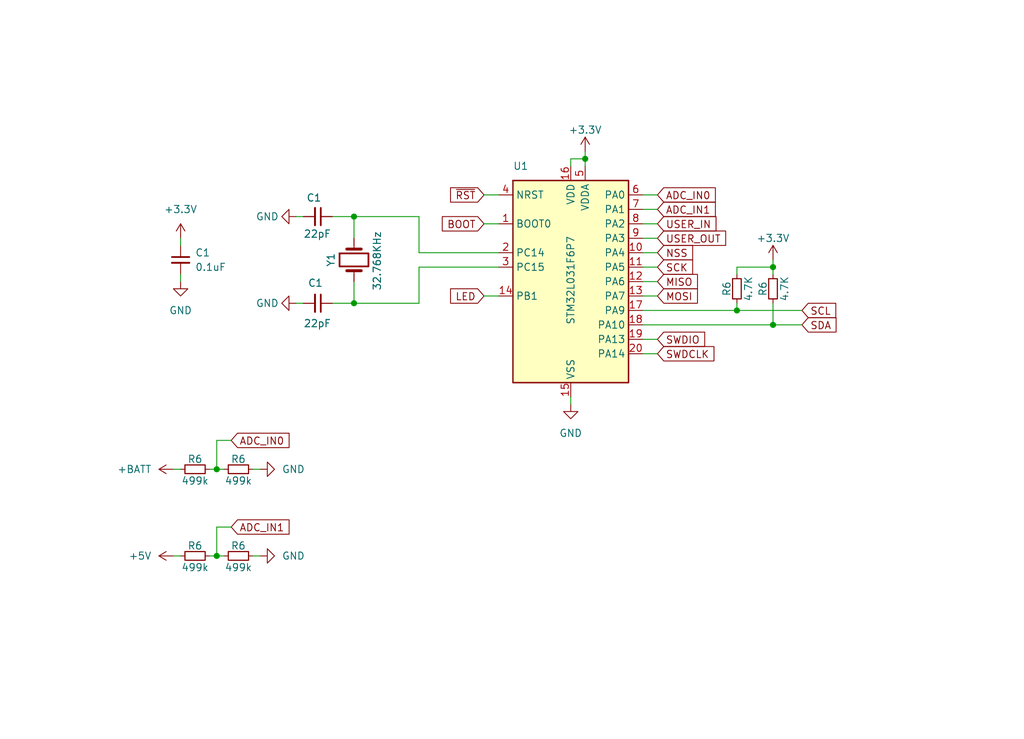
<source format=kicad_sch>
(kicad_sch (version 20230121) (generator eeschema)

  (uuid 7f76abbc-24f7-4753-8e0f-00c4e0202251)

  (paper "User" 180.01 129.997)

  (lib_symbols
    (symbol "Device:C_Small" (pin_numbers hide) (pin_names (offset 0.254) hide) (in_bom yes) (on_board yes)
      (property "Reference" "C" (at 0.254 1.778 0)
        (effects (font (size 1.27 1.27)) (justify left))
      )
      (property "Value" "C_Small" (at 0.254 -2.032 0)
        (effects (font (size 1.27 1.27)) (justify left))
      )
      (property "Footprint" "" (at 0 0 0)
        (effects (font (size 1.27 1.27)) hide)
      )
      (property "Datasheet" "~" (at 0 0 0)
        (effects (font (size 1.27 1.27)) hide)
      )
      (property "ki_keywords" "capacitor cap" (at 0 0 0)
        (effects (font (size 1.27 1.27)) hide)
      )
      (property "ki_description" "Unpolarized capacitor, small symbol" (at 0 0 0)
        (effects (font (size 1.27 1.27)) hide)
      )
      (property "ki_fp_filters" "C_*" (at 0 0 0)
        (effects (font (size 1.27 1.27)) hide)
      )
      (symbol "C_Small_0_1"
        (polyline
          (pts
            (xy -1.524 -0.508)
            (xy 1.524 -0.508)
          )
          (stroke (width 0.3302) (type default))
          (fill (type none))
        )
        (polyline
          (pts
            (xy -1.524 0.508)
            (xy 1.524 0.508)
          )
          (stroke (width 0.3048) (type default))
          (fill (type none))
        )
      )
      (symbol "C_Small_1_1"
        (pin passive line (at 0 2.54 270) (length 2.032)
          (name "~" (effects (font (size 1.27 1.27))))
          (number "1" (effects (font (size 1.27 1.27))))
        )
        (pin passive line (at 0 -2.54 90) (length 2.032)
          (name "~" (effects (font (size 1.27 1.27))))
          (number "2" (effects (font (size 1.27 1.27))))
        )
      )
    )
    (symbol "Device:Crystal" (pin_numbers hide) (pin_names (offset 1.016) hide) (in_bom yes) (on_board yes)
      (property "Reference" "Y" (at 0 3.81 0)
        (effects (font (size 1.27 1.27)))
      )
      (property "Value" "Crystal" (at 0 -3.81 0)
        (effects (font (size 1.27 1.27)))
      )
      (property "Footprint" "" (at 0 0 0)
        (effects (font (size 1.27 1.27)) hide)
      )
      (property "Datasheet" "~" (at 0 0 0)
        (effects (font (size 1.27 1.27)) hide)
      )
      (property "ki_keywords" "quartz ceramic resonator oscillator" (at 0 0 0)
        (effects (font (size 1.27 1.27)) hide)
      )
      (property "ki_description" "Two pin crystal" (at 0 0 0)
        (effects (font (size 1.27 1.27)) hide)
      )
      (property "ki_fp_filters" "Crystal*" (at 0 0 0)
        (effects (font (size 1.27 1.27)) hide)
      )
      (symbol "Crystal_0_1"
        (rectangle (start -1.143 2.54) (end 1.143 -2.54)
          (stroke (width 0.3048) (type default))
          (fill (type none))
        )
        (polyline
          (pts
            (xy -2.54 0)
            (xy -1.905 0)
          )
          (stroke (width 0) (type default))
          (fill (type none))
        )
        (polyline
          (pts
            (xy -1.905 -1.27)
            (xy -1.905 1.27)
          )
          (stroke (width 0.508) (type default))
          (fill (type none))
        )
        (polyline
          (pts
            (xy 1.905 -1.27)
            (xy 1.905 1.27)
          )
          (stroke (width 0.508) (type default))
          (fill (type none))
        )
        (polyline
          (pts
            (xy 2.54 0)
            (xy 1.905 0)
          )
          (stroke (width 0) (type default))
          (fill (type none))
        )
      )
      (symbol "Crystal_1_1"
        (pin passive line (at -3.81 0 0) (length 1.27)
          (name "1" (effects (font (size 1.27 1.27))))
          (number "1" (effects (font (size 1.27 1.27))))
        )
        (pin passive line (at 3.81 0 180) (length 1.27)
          (name "2" (effects (font (size 1.27 1.27))))
          (number "2" (effects (font (size 1.27 1.27))))
        )
      )
    )
    (symbol "Device:R_Small" (pin_numbers hide) (pin_names (offset 0.254) hide) (in_bom yes) (on_board yes)
      (property "Reference" "R" (at 0.762 0.508 0)
        (effects (font (size 1.27 1.27)) (justify left))
      )
      (property "Value" "R_Small" (at 0.762 -1.016 0)
        (effects (font (size 1.27 1.27)) (justify left))
      )
      (property "Footprint" "" (at 0 0 0)
        (effects (font (size 1.27 1.27)) hide)
      )
      (property "Datasheet" "~" (at 0 0 0)
        (effects (font (size 1.27 1.27)) hide)
      )
      (property "ki_keywords" "R resistor" (at 0 0 0)
        (effects (font (size 1.27 1.27)) hide)
      )
      (property "ki_description" "Resistor, small symbol" (at 0 0 0)
        (effects (font (size 1.27 1.27)) hide)
      )
      (property "ki_fp_filters" "R_*" (at 0 0 0)
        (effects (font (size 1.27 1.27)) hide)
      )
      (symbol "R_Small_0_1"
        (rectangle (start -0.762 1.778) (end 0.762 -1.778)
          (stroke (width 0.2032) (type default))
          (fill (type none))
        )
      )
      (symbol "R_Small_1_1"
        (pin passive line (at 0 2.54 270) (length 0.762)
          (name "~" (effects (font (size 1.27 1.27))))
          (number "1" (effects (font (size 1.27 1.27))))
        )
        (pin passive line (at 0 -2.54 90) (length 0.762)
          (name "~" (effects (font (size 1.27 1.27))))
          (number "2" (effects (font (size 1.27 1.27))))
        )
      )
    )
    (symbol "MCU_ST_STM32L0:STM32L031F6Px" (in_bom yes) (on_board yes)
      (property "Reference" "U" (at -10.16 19.05 0)
        (effects (font (size 1.27 1.27)) (justify left))
      )
      (property "Value" "STM32L031F6Px" (at 5.08 19.05 0)
        (effects (font (size 1.27 1.27)) (justify left))
      )
      (property "Footprint" "Package_SO:TSSOP-20_4.4x6.5mm_P0.65mm" (at -10.16 -17.78 0)
        (effects (font (size 1.27 1.27)) (justify right) hide)
      )
      (property "Datasheet" "https://www.st.com/resource/en/datasheet/stm32l031f6.pdf" (at 0 0 0)
        (effects (font (size 1.27 1.27)) hide)
      )
      (property "ki_locked" "" (at 0 0 0)
        (effects (font (size 1.27 1.27)))
      )
      (property "ki_keywords" "Arm Cortex-M0+ STM32L0 STM32L0x1" (at 0 0 0)
        (effects (font (size 1.27 1.27)) hide)
      )
      (property "ki_description" "STMicroelectronics Arm Cortex-M0+ MCU, 32KB flash, 8KB RAM, 32 MHz, 1.65-3.6V, 15 GPIO, TSSOP20" (at 0 0 0)
        (effects (font (size 1.27 1.27)) hide)
      )
      (property "ki_fp_filters" "TSSOP*4.4x6.5mm*P0.65mm*" (at 0 0 0)
        (effects (font (size 1.27 1.27)) hide)
      )
      (symbol "STM32L031F6Px_0_1"
        (rectangle (start -10.16 -17.78) (end 10.16 17.78)
          (stroke (width 0.254) (type default))
          (fill (type background))
        )
      )
      (symbol "STM32L031F6Px_1_1"
        (pin input line (at -12.7 10.16 0) (length 2.54)
          (name "BOOT0" (effects (font (size 1.27 1.27))))
          (number "1" (effects (font (size 1.27 1.27))))
        )
        (pin bidirectional line (at 12.7 5.08 180) (length 2.54)
          (name "PA4" (effects (font (size 1.27 1.27))))
          (number "10" (effects (font (size 1.27 1.27))))
          (alternate "ADC_IN4" bidirectional line)
          (alternate "COMP1_INM" bidirectional line)
          (alternate "COMP2_INM" bidirectional line)
          (alternate "LPTIM1_IN1" bidirectional line)
          (alternate "SPI1_NSS" bidirectional line)
          (alternate "TIM22_ETR" bidirectional line)
          (alternate "USART2_CK" bidirectional line)
        )
        (pin bidirectional line (at 12.7 2.54 180) (length 2.54)
          (name "PA5" (effects (font (size 1.27 1.27))))
          (number "11" (effects (font (size 1.27 1.27))))
          (alternate "ADC_IN5" bidirectional line)
          (alternate "COMP1_INM" bidirectional line)
          (alternate "COMP2_INM" bidirectional line)
          (alternate "LPTIM1_IN2" bidirectional line)
          (alternate "SPI1_SCK" bidirectional line)
          (alternate "TIM2_CH1" bidirectional line)
          (alternate "TIM2_ETR" bidirectional line)
        )
        (pin bidirectional line (at 12.7 0 180) (length 2.54)
          (name "PA6" (effects (font (size 1.27 1.27))))
          (number "12" (effects (font (size 1.27 1.27))))
          (alternate "ADC_IN6" bidirectional line)
          (alternate "COMP1_OUT" bidirectional line)
          (alternate "LPTIM1_ETR" bidirectional line)
          (alternate "LPUART1_CTS" bidirectional line)
          (alternate "SPI1_MISO" bidirectional line)
          (alternate "TIM22_CH1" bidirectional line)
        )
        (pin bidirectional line (at 12.7 -2.54 180) (length 2.54)
          (name "PA7" (effects (font (size 1.27 1.27))))
          (number "13" (effects (font (size 1.27 1.27))))
          (alternate "ADC_IN7" bidirectional line)
          (alternate "COMP2_OUT" bidirectional line)
          (alternate "LPTIM1_OUT" bidirectional line)
          (alternate "SPI1_MOSI" bidirectional line)
          (alternate "TIM22_CH2" bidirectional line)
          (alternate "USART2_CTS" bidirectional line)
        )
        (pin bidirectional line (at -12.7 -2.54 0) (length 2.54)
          (name "PB1" (effects (font (size 1.27 1.27))))
          (number "14" (effects (font (size 1.27 1.27))))
          (alternate "ADC_IN9" bidirectional line)
          (alternate "LPUART1_DE" bidirectional line)
          (alternate "LPUART1_RTS" bidirectional line)
          (alternate "SPI1_MOSI" bidirectional line)
          (alternate "SYS_VREF_OUT_PB1" bidirectional line)
          (alternate "TIM2_CH4" bidirectional line)
          (alternate "USART2_CK" bidirectional line)
        )
        (pin power_in line (at 0 -20.32 90) (length 2.54)
          (name "VSS" (effects (font (size 1.27 1.27))))
          (number "15" (effects (font (size 1.27 1.27))))
        )
        (pin power_in line (at 0 20.32 270) (length 2.54)
          (name "VDD" (effects (font (size 1.27 1.27))))
          (number "16" (effects (font (size 1.27 1.27))))
        )
        (pin bidirectional line (at 12.7 -5.08 180) (length 2.54)
          (name "PA9" (effects (font (size 1.27 1.27))))
          (number "17" (effects (font (size 1.27 1.27))))
          (alternate "I2C1_SCL" bidirectional line)
          (alternate "RCC_MCO" bidirectional line)
          (alternate "TIM22_CH1" bidirectional line)
          (alternate "USART2_TX" bidirectional line)
        )
        (pin bidirectional line (at 12.7 -7.62 180) (length 2.54)
          (name "PA10" (effects (font (size 1.27 1.27))))
          (number "18" (effects (font (size 1.27 1.27))))
          (alternate "I2C1_SDA" bidirectional line)
          (alternate "TIM22_CH2" bidirectional line)
          (alternate "USART2_RX" bidirectional line)
        )
        (pin bidirectional line (at 12.7 -10.16 180) (length 2.54)
          (name "PA13" (effects (font (size 1.27 1.27))))
          (number "19" (effects (font (size 1.27 1.27))))
          (alternate "LPTIM1_ETR" bidirectional line)
          (alternate "LPUART1_RX" bidirectional line)
          (alternate "SYS_SWDIO" bidirectional line)
        )
        (pin bidirectional line (at -12.7 5.08 0) (length 2.54)
          (name "PC14" (effects (font (size 1.27 1.27))))
          (number "2" (effects (font (size 1.27 1.27))))
          (alternate "RCC_OSC32_IN" bidirectional line)
        )
        (pin bidirectional line (at 12.7 -12.7 180) (length 2.54)
          (name "PA14" (effects (font (size 1.27 1.27))))
          (number "20" (effects (font (size 1.27 1.27))))
          (alternate "I2C1_SMBA" bidirectional line)
          (alternate "LPTIM1_OUT" bidirectional line)
          (alternate "LPUART1_TX" bidirectional line)
          (alternate "SYS_SWCLK" bidirectional line)
          (alternate "USART2_TX" bidirectional line)
        )
        (pin bidirectional line (at -12.7 2.54 0) (length 2.54)
          (name "PC15" (effects (font (size 1.27 1.27))))
          (number "3" (effects (font (size 1.27 1.27))))
          (alternate "RCC_OSC32_OUT" bidirectional line)
        )
        (pin input line (at -12.7 15.24 0) (length 2.54)
          (name "NRST" (effects (font (size 1.27 1.27))))
          (number "4" (effects (font (size 1.27 1.27))))
        )
        (pin power_in line (at 2.54 20.32 270) (length 2.54)
          (name "VDDA" (effects (font (size 1.27 1.27))))
          (number "5" (effects (font (size 1.27 1.27))))
        )
        (pin bidirectional line (at 12.7 15.24 180) (length 2.54)
          (name "PA0" (effects (font (size 1.27 1.27))))
          (number "6" (effects (font (size 1.27 1.27))))
          (alternate "ADC_IN0" bidirectional line)
          (alternate "COMP1_INM" bidirectional line)
          (alternate "COMP1_OUT" bidirectional line)
          (alternate "LPTIM1_IN1" bidirectional line)
          (alternate "RCC_CK_IN" bidirectional line)
          (alternate "RTC_TAMP2" bidirectional line)
          (alternate "SYS_WKUP1" bidirectional line)
          (alternate "TIM2_CH1" bidirectional line)
          (alternate "TIM2_ETR" bidirectional line)
          (alternate "USART2_CTS" bidirectional line)
        )
        (pin bidirectional line (at 12.7 12.7 180) (length 2.54)
          (name "PA1" (effects (font (size 1.27 1.27))))
          (number "7" (effects (font (size 1.27 1.27))))
          (alternate "ADC_IN1" bidirectional line)
          (alternate "COMP1_INP" bidirectional line)
          (alternate "I2C1_SMBA" bidirectional line)
          (alternate "LPTIM1_IN2" bidirectional line)
          (alternate "TIM21_ETR" bidirectional line)
          (alternate "TIM2_CH2" bidirectional line)
          (alternate "USART2_DE" bidirectional line)
          (alternate "USART2_RTS" bidirectional line)
        )
        (pin bidirectional line (at 12.7 10.16 180) (length 2.54)
          (name "PA2" (effects (font (size 1.27 1.27))))
          (number "8" (effects (font (size 1.27 1.27))))
          (alternate "ADC_IN2" bidirectional line)
          (alternate "COMP2_INM" bidirectional line)
          (alternate "COMP2_OUT" bidirectional line)
          (alternate "LPUART1_TX" bidirectional line)
          (alternate "RTC_OUT_ALARM" bidirectional line)
          (alternate "RTC_OUT_CALIB" bidirectional line)
          (alternate "RTC_TAMP3" bidirectional line)
          (alternate "RTC_TS" bidirectional line)
          (alternate "SYS_WKUP3" bidirectional line)
          (alternate "TIM21_CH1" bidirectional line)
          (alternate "TIM2_CH3" bidirectional line)
          (alternate "USART2_TX" bidirectional line)
        )
        (pin bidirectional line (at 12.7 7.62 180) (length 2.54)
          (name "PA3" (effects (font (size 1.27 1.27))))
          (number "9" (effects (font (size 1.27 1.27))))
          (alternate "ADC_IN3" bidirectional line)
          (alternate "COMP2_INP" bidirectional line)
          (alternate "LPUART1_RX" bidirectional line)
          (alternate "TIM21_CH2" bidirectional line)
          (alternate "TIM2_CH4" bidirectional line)
          (alternate "USART2_RX" bidirectional line)
        )
      )
    )
    (symbol "power:+3.3V" (power) (pin_names (offset 0)) (in_bom yes) (on_board yes)
      (property "Reference" "#PWR" (at 0 -3.81 0)
        (effects (font (size 1.27 1.27)) hide)
      )
      (property "Value" "+3.3V" (at 0 3.556 0)
        (effects (font (size 1.27 1.27)))
      )
      (property "Footprint" "" (at 0 0 0)
        (effects (font (size 1.27 1.27)) hide)
      )
      (property "Datasheet" "" (at 0 0 0)
        (effects (font (size 1.27 1.27)) hide)
      )
      (property "ki_keywords" "global power" (at 0 0 0)
        (effects (font (size 1.27 1.27)) hide)
      )
      (property "ki_description" "Power symbol creates a global label with name \"+3.3V\"" (at 0 0 0)
        (effects (font (size 1.27 1.27)) hide)
      )
      (symbol "+3.3V_0_1"
        (polyline
          (pts
            (xy -0.762 1.27)
            (xy 0 2.54)
          )
          (stroke (width 0) (type default))
          (fill (type none))
        )
        (polyline
          (pts
            (xy 0 0)
            (xy 0 2.54)
          )
          (stroke (width 0) (type default))
          (fill (type none))
        )
        (polyline
          (pts
            (xy 0 2.54)
            (xy 0.762 1.27)
          )
          (stroke (width 0) (type default))
          (fill (type none))
        )
      )
      (symbol "+3.3V_1_1"
        (pin power_in line (at 0 0 90) (length 0) hide
          (name "+3.3V" (effects (font (size 1.27 1.27))))
          (number "1" (effects (font (size 1.27 1.27))))
        )
      )
    )
    (symbol "power:+5V" (power) (pin_names (offset 0)) (in_bom yes) (on_board yes)
      (property "Reference" "#PWR" (at 0 -3.81 0)
        (effects (font (size 1.27 1.27)) hide)
      )
      (property "Value" "+5V" (at 0 3.556 0)
        (effects (font (size 1.27 1.27)))
      )
      (property "Footprint" "" (at 0 0 0)
        (effects (font (size 1.27 1.27)) hide)
      )
      (property "Datasheet" "" (at 0 0 0)
        (effects (font (size 1.27 1.27)) hide)
      )
      (property "ki_keywords" "power-flag" (at 0 0 0)
        (effects (font (size 1.27 1.27)) hide)
      )
      (property "ki_description" "Power symbol creates a global label with name \"+5V\"" (at 0 0 0)
        (effects (font (size 1.27 1.27)) hide)
      )
      (symbol "+5V_0_1"
        (polyline
          (pts
            (xy -0.762 1.27)
            (xy 0 2.54)
          )
          (stroke (width 0) (type default))
          (fill (type none))
        )
        (polyline
          (pts
            (xy 0 0)
            (xy 0 2.54)
          )
          (stroke (width 0) (type default))
          (fill (type none))
        )
        (polyline
          (pts
            (xy 0 2.54)
            (xy 0.762 1.27)
          )
          (stroke (width 0) (type default))
          (fill (type none))
        )
      )
      (symbol "+5V_1_1"
        (pin power_in line (at 0 0 90) (length 0) hide
          (name "+5V" (effects (font (size 1.27 1.27))))
          (number "1" (effects (font (size 1.27 1.27))))
        )
      )
    )
    (symbol "power:+BATT" (power) (pin_names (offset 0)) (in_bom yes) (on_board yes)
      (property "Reference" "#PWR" (at 0 -3.81 0)
        (effects (font (size 1.27 1.27)) hide)
      )
      (property "Value" "+BATT" (at 0 3.556 0)
        (effects (font (size 1.27 1.27)))
      )
      (property "Footprint" "" (at 0 0 0)
        (effects (font (size 1.27 1.27)) hide)
      )
      (property "Datasheet" "" (at 0 0 0)
        (effects (font (size 1.27 1.27)) hide)
      )
      (property "ki_keywords" "global power battery" (at 0 0 0)
        (effects (font (size 1.27 1.27)) hide)
      )
      (property "ki_description" "Power symbol creates a global label with name \"+BATT\"" (at 0 0 0)
        (effects (font (size 1.27 1.27)) hide)
      )
      (symbol "+BATT_0_1"
        (polyline
          (pts
            (xy -0.762 1.27)
            (xy 0 2.54)
          )
          (stroke (width 0) (type default))
          (fill (type none))
        )
        (polyline
          (pts
            (xy 0 0)
            (xy 0 2.54)
          )
          (stroke (width 0) (type default))
          (fill (type none))
        )
        (polyline
          (pts
            (xy 0 2.54)
            (xy 0.762 1.27)
          )
          (stroke (width 0) (type default))
          (fill (type none))
        )
      )
      (symbol "+BATT_1_1"
        (pin power_in line (at 0 0 90) (length 0) hide
          (name "+BATT" (effects (font (size 1.27 1.27))))
          (number "1" (effects (font (size 1.27 1.27))))
        )
      )
    )
    (symbol "power:GND" (power) (pin_names (offset 0)) (in_bom yes) (on_board yes)
      (property "Reference" "#PWR" (at 0 -6.35 0)
        (effects (font (size 1.27 1.27)) hide)
      )
      (property "Value" "GND" (at 0 -3.81 0)
        (effects (font (size 1.27 1.27)))
      )
      (property "Footprint" "" (at 0 0 0)
        (effects (font (size 1.27 1.27)) hide)
      )
      (property "Datasheet" "" (at 0 0 0)
        (effects (font (size 1.27 1.27)) hide)
      )
      (property "ki_keywords" "global power" (at 0 0 0)
        (effects (font (size 1.27 1.27)) hide)
      )
      (property "ki_description" "Power symbol creates a global label with name \"GND\" , ground" (at 0 0 0)
        (effects (font (size 1.27 1.27)) hide)
      )
      (symbol "GND_0_1"
        (polyline
          (pts
            (xy 0 0)
            (xy 0 -1.27)
            (xy 1.27 -1.27)
            (xy 0 -2.54)
            (xy -1.27 -1.27)
            (xy 0 -1.27)
          )
          (stroke (width 0) (type default))
          (fill (type none))
        )
      )
      (symbol "GND_1_1"
        (pin power_in line (at 0 0 270) (length 0) hide
          (name "GND" (effects (font (size 1.27 1.27))))
          (number "1" (effects (font (size 1.27 1.27))))
        )
      )
    )
  )

  (junction (at 135.89 46.99) (diameter 0) (color 0 0 0 0)
    (uuid 0874b109-7ff3-4094-bcda-2f4e0751ea84)
  )
  (junction (at 38.1 82.55) (diameter 0) (color 0 0 0 0)
    (uuid 54a2f02c-28cc-407a-8d3e-6967b789cb6a)
  )
  (junction (at 62.23 38.1) (diameter 0) (color 0 0 0 0)
    (uuid 5f8fb6e5-fc9b-488f-8794-c7b82b5ee8e5)
  )
  (junction (at 102.87 27.94) (diameter 0) (color 0 0 0 0)
    (uuid 782f9970-6429-4672-9885-1283b4173586)
  )
  (junction (at 62.23 53.34) (diameter 0) (color 0 0 0 0)
    (uuid c0f06f2d-4e17-4f23-8317-af1f48e8e57b)
  )
  (junction (at 135.89 57.15) (diameter 0) (color 0 0 0 0)
    (uuid cc133256-744f-4f8a-b668-8ab8408c9f73)
  )
  (junction (at 129.54 54.61) (diameter 0) (color 0 0 0 0)
    (uuid d595636b-dab5-4520-9e6f-3769052f2c96)
  )
  (junction (at 38.1 97.79) (diameter 0) (color 0 0 0 0)
    (uuid e4f16f2e-3bf7-4fa1-8bbe-38b7670d7cec)
  )

  (wire (pts (xy 102.87 27.94) (xy 102.87 29.21))
    (stroke (width 0) (type default))
    (uuid 009d5d5b-1c2a-46a8-93a1-fda395f04eec)
  )
  (wire (pts (xy 73.66 44.45) (xy 87.63 44.45))
    (stroke (width 0) (type default))
    (uuid 012c255e-f150-4bbe-a753-b95d5c401efe)
  )
  (wire (pts (xy 100.33 29.21) (xy 100.33 27.94))
    (stroke (width 0) (type default))
    (uuid 0b08dba9-3873-4050-967b-2262b64f8fbe)
  )
  (wire (pts (xy 73.66 53.34) (xy 62.23 53.34))
    (stroke (width 0) (type default))
    (uuid 0cde166a-7d32-4929-9503-de987efa4019)
  )
  (wire (pts (xy 85.09 34.29) (xy 87.63 34.29))
    (stroke (width 0) (type default))
    (uuid 0eb4bf23-aaa2-40f8-b9d8-96f366793a86)
  )
  (wire (pts (xy 135.89 45.72) (xy 135.89 46.99))
    (stroke (width 0) (type default))
    (uuid 0fce61b9-fa6c-4ac0-b04d-328c1917686f)
  )
  (wire (pts (xy 113.03 49.53) (xy 115.57 49.53))
    (stroke (width 0) (type default))
    (uuid 13a55cdf-7c10-42e6-b37c-20272e2dda13)
  )
  (wire (pts (xy 38.1 97.79) (xy 39.37 97.79))
    (stroke (width 0) (type default))
    (uuid 17da6cf0-155d-44e4-bbc8-5f2159cc9681)
  )
  (wire (pts (xy 62.23 38.1) (xy 62.23 41.91))
    (stroke (width 0) (type default))
    (uuid 188ce7d7-da12-4d4a-ab5f-000447de6fad)
  )
  (wire (pts (xy 62.23 49.53) (xy 62.23 53.34))
    (stroke (width 0) (type default))
    (uuid 1d963ab1-01aa-48cc-864c-8ec74d2104f6)
  )
  (wire (pts (xy 31.75 41.91) (xy 31.75 43.18))
    (stroke (width 0) (type default))
    (uuid 27146480-d87b-43a7-8337-e8a70c839733)
  )
  (wire (pts (xy 40.64 92.71) (xy 38.1 92.71))
    (stroke (width 0) (type default))
    (uuid 2b1d0f58-337e-4516-9959-13fab12a6462)
  )
  (wire (pts (xy 36.83 82.55) (xy 38.1 82.55))
    (stroke (width 0) (type default))
    (uuid 2c6569c8-c18a-4ec1-af62-e00bc226f179)
  )
  (wire (pts (xy 38.1 77.47) (xy 38.1 82.55))
    (stroke (width 0) (type default))
    (uuid 2f175b17-4027-4b83-8cd5-49d938a48919)
  )
  (wire (pts (xy 113.03 46.99) (xy 115.57 46.99))
    (stroke (width 0) (type default))
    (uuid 3842e15c-4962-4089-9bff-423ba23382f8)
  )
  (wire (pts (xy 38.1 92.71) (xy 38.1 97.79))
    (stroke (width 0) (type default))
    (uuid 3d7684cb-6643-4947-9f56-4b34f81900f9)
  )
  (wire (pts (xy 100.33 27.94) (xy 102.87 27.94))
    (stroke (width 0) (type default))
    (uuid 49381d46-70de-44c7-87af-6fb87684633d)
  )
  (wire (pts (xy 44.45 97.79) (xy 45.72 97.79))
    (stroke (width 0) (type default))
    (uuid 4f36a395-89c4-481f-b1e2-8e58304fe0fa)
  )
  (wire (pts (xy 36.83 97.79) (xy 38.1 97.79))
    (stroke (width 0) (type default))
    (uuid 4f69b648-3469-43f9-bb99-7c3cacd601dd)
  )
  (wire (pts (xy 62.23 53.34) (xy 58.42 53.34))
    (stroke (width 0) (type default))
    (uuid 655d0e88-7bce-4d73-875e-4b0e43cec454)
  )
  (wire (pts (xy 85.09 52.07) (xy 87.63 52.07))
    (stroke (width 0) (type default))
    (uuid 66d729d5-3cbb-422e-950a-fc1aae9e0fe9)
  )
  (wire (pts (xy 53.34 38.1) (xy 52.07 38.1))
    (stroke (width 0) (type default))
    (uuid 6eab48f7-ca89-48c2-a29c-f875664ee2ea)
  )
  (wire (pts (xy 113.03 52.07) (xy 115.57 52.07))
    (stroke (width 0) (type default))
    (uuid 71809720-672f-4e96-83c7-29904515a7ff)
  )
  (wire (pts (xy 129.54 46.99) (xy 135.89 46.99))
    (stroke (width 0) (type default))
    (uuid 71f5ba80-6247-4ed7-84e0-6efeeab7927b)
  )
  (wire (pts (xy 135.89 53.34) (xy 135.89 57.15))
    (stroke (width 0) (type default))
    (uuid 7a2cceeb-898e-469a-b438-84988cab2e7e)
  )
  (wire (pts (xy 53.34 53.34) (xy 52.07 53.34))
    (stroke (width 0) (type default))
    (uuid 7e23e6b4-f799-43c6-a6d1-61b1941df542)
  )
  (wire (pts (xy 129.54 54.61) (xy 140.97 54.61))
    (stroke (width 0) (type default))
    (uuid 844da2a1-3ff6-4c3e-b890-7e5667bb3b74)
  )
  (wire (pts (xy 30.48 97.79) (xy 31.75 97.79))
    (stroke (width 0) (type default))
    (uuid 9365838c-92e9-4064-9e64-b34582980e82)
  )
  (wire (pts (xy 113.03 36.83) (xy 115.57 36.83))
    (stroke (width 0) (type default))
    (uuid 96c1295f-be00-408c-b0ce-45296f91358a)
  )
  (wire (pts (xy 58.42 38.1) (xy 62.23 38.1))
    (stroke (width 0) (type default))
    (uuid 9b0035c6-7600-4d80-8c66-308c62b69794)
  )
  (wire (pts (xy 40.64 77.47) (xy 38.1 77.47))
    (stroke (width 0) (type default))
    (uuid a840ce04-c56d-4f93-8ed2-a81e8c8b65c5)
  )
  (wire (pts (xy 73.66 46.99) (xy 87.63 46.99))
    (stroke (width 0) (type default))
    (uuid b1076235-c853-430a-95e1-5d457f985421)
  )
  (wire (pts (xy 113.03 34.29) (xy 115.57 34.29))
    (stroke (width 0) (type default))
    (uuid b325a0ee-fabc-4f11-aaab-043df3ca3e80)
  )
  (wire (pts (xy 129.54 53.34) (xy 129.54 54.61))
    (stroke (width 0) (type default))
    (uuid b8ac1124-0e41-442c-ae3b-d5b2fe3acab3)
  )
  (wire (pts (xy 113.03 39.37) (xy 115.57 39.37))
    (stroke (width 0) (type default))
    (uuid b99faab6-3a6b-4af8-ae6a-7b624b956ac4)
  )
  (wire (pts (xy 30.48 82.55) (xy 31.75 82.55))
    (stroke (width 0) (type default))
    (uuid bce6e581-b5f3-4a36-b7bf-30eb971a69c3)
  )
  (wire (pts (xy 113.03 57.15) (xy 135.89 57.15))
    (stroke (width 0) (type default))
    (uuid c54e3036-53ab-45c1-9064-859b19b4d05f)
  )
  (wire (pts (xy 73.66 38.1) (xy 62.23 38.1))
    (stroke (width 0) (type default))
    (uuid c7400e9e-8e04-43f8-8c59-67b55ee54863)
  )
  (wire (pts (xy 129.54 48.26) (xy 129.54 46.99))
    (stroke (width 0) (type default))
    (uuid c8ddeb8a-2807-44fa-a13e-6c03325ba1ee)
  )
  (wire (pts (xy 113.03 54.61) (xy 129.54 54.61))
    (stroke (width 0) (type default))
    (uuid c99ad54b-eb3a-4c64-aa90-be1dedcf6dfd)
  )
  (wire (pts (xy 113.03 44.45) (xy 115.57 44.45))
    (stroke (width 0) (type default))
    (uuid cd4f1894-e99f-45c5-9dd5-bccbfd655e58)
  )
  (wire (pts (xy 31.75 48.26) (xy 31.75 49.53))
    (stroke (width 0) (type default))
    (uuid d0f5f09c-21ec-4e30-b0d8-16dce9dcec9a)
  )
  (wire (pts (xy 44.45 82.55) (xy 45.72 82.55))
    (stroke (width 0) (type default))
    (uuid d36b680c-81d2-4073-ac63-f77a6c8911ef)
  )
  (wire (pts (xy 38.1 82.55) (xy 39.37 82.55))
    (stroke (width 0) (type default))
    (uuid d5085c85-aa5f-4aaa-a619-c2c840f2bd03)
  )
  (wire (pts (xy 100.33 69.85) (xy 100.33 71.12))
    (stroke (width 0) (type default))
    (uuid dc552444-fd41-41dc-86b4-d4866b0f3cb8)
  )
  (wire (pts (xy 135.89 46.99) (xy 135.89 48.26))
    (stroke (width 0) (type default))
    (uuid ddffba81-c41c-42a8-93dd-e6cea44d4f54)
  )
  (wire (pts (xy 102.87 26.67) (xy 102.87 27.94))
    (stroke (width 0) (type default))
    (uuid e0b9ff33-590b-4243-a190-20913c7c7d94)
  )
  (wire (pts (xy 113.03 59.69) (xy 115.57 59.69))
    (stroke (width 0) (type default))
    (uuid e3a985ad-ed7e-4eb5-9298-3b0b612781e6)
  )
  (wire (pts (xy 73.66 46.99) (xy 73.66 53.34))
    (stroke (width 0) (type default))
    (uuid e550f2af-671c-4b7c-8fd4-88093b367845)
  )
  (wire (pts (xy 113.03 41.91) (xy 115.57 41.91))
    (stroke (width 0) (type default))
    (uuid e7a2dec5-9bf8-48a7-a7bd-71c86be6e488)
  )
  (wire (pts (xy 135.89 57.15) (xy 140.97 57.15))
    (stroke (width 0) (type default))
    (uuid ebd28434-202d-47d9-876a-d10dcf7817ba)
  )
  (wire (pts (xy 73.66 44.45) (xy 73.66 38.1))
    (stroke (width 0) (type default))
    (uuid ee1bc003-e623-4914-b63d-c1df9e668d3a)
  )
  (wire (pts (xy 85.09 39.37) (xy 87.63 39.37))
    (stroke (width 0) (type default))
    (uuid f355bfba-8822-478e-95ce-57254cb9d963)
  )
  (wire (pts (xy 113.03 62.23) (xy 115.57 62.23))
    (stroke (width 0) (type default))
    (uuid f6733dc7-f5a2-4aeb-aa09-86c27a83adaa)
  )

  (global_label "MISO" (shape input) (at 115.57 49.53 0) (fields_autoplaced)
    (effects (font (size 1.27 1.27)) (justify left))
    (uuid 0f991138-10f3-4459-8f8d-4b90609ced5c)
    (property "Intersheetrefs" "${INTERSHEET_REFS}" (at 123.072 49.53 0)
      (effects (font (size 1.27 1.27)) (justify left) hide)
    )
  )
  (global_label "SCL" (shape input) (at 140.97 54.61 0) (fields_autoplaced)
    (effects (font (size 1.27 1.27)) (justify left))
    (uuid 300cd9c1-4dc0-411c-a7e3-121c588903dd)
    (property "Intersheetrefs" "${INTERSHEET_REFS}" (at 147.3834 54.61 0)
      (effects (font (size 1.27 1.27)) (justify left) hide)
    )
  )
  (global_label "ADC_IN1" (shape input) (at 40.64 92.71 0) (fields_autoplaced)
    (effects (font (size 1.27 1.27)) (justify left))
    (uuid 321c622f-4502-4987-862a-add0903a04e1)
    (property "Intersheetrefs" "${INTERSHEET_REFS}" (at 51.2868 92.71 0)
      (effects (font (size 1.27 1.27)) (justify left) hide)
    )
  )
  (global_label "LED" (shape input) (at 85.09 52.07 180) (fields_autoplaced)
    (effects (font (size 1.27 1.27)) (justify right))
    (uuid 463a3014-2f68-4744-9e6d-9bdbb686d7ae)
    (property "Intersheetrefs" "${INTERSHEET_REFS}" (at 78.7371 52.07 0)
      (effects (font (size 1.27 1.27)) (justify right) hide)
    )
  )
  (global_label "SDA" (shape input) (at 140.97 57.15 0) (fields_autoplaced)
    (effects (font (size 1.27 1.27)) (justify left))
    (uuid 5076b2fc-2986-4860-9188-87951c03d17c)
    (property "Intersheetrefs" "${INTERSHEET_REFS}" (at 147.4439 57.15 0)
      (effects (font (size 1.27 1.27)) (justify left) hide)
    )
  )
  (global_label "~{RST}" (shape input) (at 85.09 34.29 180) (fields_autoplaced)
    (effects (font (size 1.27 1.27)) (justify right))
    (uuid 54c4aaeb-3346-4c59-a367-e51b2b3f6df7)
    (property "Intersheetrefs" "${INTERSHEET_REFS}" (at 78.7371 34.29 0)
      (effects (font (size 1.27 1.27)) (justify right) hide)
    )
  )
  (global_label "MOSI" (shape input) (at 115.57 52.07 0) (fields_autoplaced)
    (effects (font (size 1.27 1.27)) (justify left))
    (uuid 54e48124-8226-4695-86d9-d6d2565a51e5)
    (property "Intersheetrefs" "${INTERSHEET_REFS}" (at 123.072 52.07 0)
      (effects (font (size 1.27 1.27)) (justify left) hide)
    )
  )
  (global_label "SCK" (shape input) (at 115.57 46.99 0) (fields_autoplaced)
    (effects (font (size 1.27 1.27)) (justify left))
    (uuid 5c3bf534-a98c-49a0-a77a-8bedf87bc6dd)
    (property "Intersheetrefs" "${INTERSHEET_REFS}" (at 122.2253 46.99 0)
      (effects (font (size 1.27 1.27)) (justify left) hide)
    )
  )
  (global_label "BOOT" (shape input) (at 85.09 39.37 180) (fields_autoplaced)
    (effects (font (size 1.27 1.27)) (justify right))
    (uuid 6aace222-92d6-45e8-8c4c-7018e8a0d652)
    (property "Intersheetrefs" "${INTERSHEET_REFS}" (at 77.2856 39.37 0)
      (effects (font (size 1.27 1.27)) (justify right) hide)
    )
  )
  (global_label "NSS" (shape input) (at 115.57 44.45 0) (fields_autoplaced)
    (effects (font (size 1.27 1.27)) (justify left))
    (uuid 790230bc-cc51-4078-bb6b-fc415a8f9b5c)
    (property "Intersheetrefs" "${INTERSHEET_REFS}" (at 122.2253 44.45 0)
      (effects (font (size 1.27 1.27)) (justify left) hide)
    )
  )
  (global_label "USER_OUT" (shape input) (at 115.57 41.91 0) (fields_autoplaced)
    (effects (font (size 1.27 1.27)) (justify left))
    (uuid 8e1aa095-292d-4d6f-88ed-71caae6c0706)
    (property "Intersheetrefs" "${INTERSHEET_REFS}" (at 128.031 41.91 0)
      (effects (font (size 1.27 1.27)) (justify left) hide)
    )
  )
  (global_label "ADC_IN0" (shape input) (at 40.64 77.47 0) (fields_autoplaced)
    (effects (font (size 1.27 1.27)) (justify left))
    (uuid 94804013-2521-40e5-8c52-6109b59b760e)
    (property "Intersheetrefs" "${INTERSHEET_REFS}" (at 51.2868 77.47 0)
      (effects (font (size 1.27 1.27)) (justify left) hide)
    )
  )
  (global_label "SWDIO" (shape input) (at 115.57 59.69 0) (fields_autoplaced)
    (effects (font (size 1.27 1.27)) (justify left))
    (uuid a49e95cf-907b-4df4-af41-48704b108e5b)
    (property "Intersheetrefs" "${INTERSHEET_REFS}" (at 124.342 59.69 0)
      (effects (font (size 1.27 1.27)) (justify left) hide)
    )
  )
  (global_label "ADC_IN0" (shape input) (at 115.57 34.29 0) (fields_autoplaced)
    (effects (font (size 1.27 1.27)) (justify left))
    (uuid ab4f1486-dc69-40e6-9e07-c1286bdac890)
    (property "Intersheetrefs" "${INTERSHEET_REFS}" (at 126.2168 34.29 0)
      (effects (font (size 1.27 1.27)) (justify left) hide)
    )
  )
  (global_label "ADC_IN1" (shape input) (at 115.57 36.83 0) (fields_autoplaced)
    (effects (font (size 1.27 1.27)) (justify left))
    (uuid dd0bd1fc-fcd5-4513-9da4-daa50589ef9c)
    (property "Intersheetrefs" "${INTERSHEET_REFS}" (at 126.2168 36.83 0)
      (effects (font (size 1.27 1.27)) (justify left) hide)
    )
  )
  (global_label "USER_IN" (shape input) (at 115.57 39.37 0) (fields_autoplaced)
    (effects (font (size 1.27 1.27)) (justify left))
    (uuid ed4ac34a-8890-4316-a956-08a2f49c214c)
    (property "Intersheetrefs" "${INTERSHEET_REFS}" (at 126.3377 39.37 0)
      (effects (font (size 1.27 1.27)) (justify left) hide)
    )
  )
  (global_label "SWDCLK" (shape input) (at 115.57 62.23 0) (fields_autoplaced)
    (effects (font (size 1.27 1.27)) (justify left))
    (uuid fa354da8-cce5-488e-9b12-afd20447c6c8)
    (property "Intersheetrefs" "${INTERSHEET_REFS}" (at 125.9748 62.23 0)
      (effects (font (size 1.27 1.27)) (justify left) hide)
    )
  )

  (symbol (lib_id "Device:C_Small") (at 55.88 38.1 270) (unit 1)
    (in_bom yes) (on_board yes) (dnp no)
    (uuid 18a4ef49-ca97-4b2e-8529-7cc905f6d7ab)
    (property "Reference" "C1" (at 53.848 34.798 90)
      (effects (font (size 1.27 1.27)) (justify left))
    )
    (property "Value" "22pF" (at 53.34 41.148 90)
      (effects (font (size 1.27 1.27)) (justify left))
    )
    (property "Footprint" "Capacitor_SMD:C_0402_1005Metric_Pad0.74x0.62mm_HandSolder" (at 55.88 38.1 0)
      (effects (font (size 1.27 1.27)) hide)
    )
    (property "Datasheet" "~" (at 55.88 38.1 0)
      (effects (font (size 1.27 1.27)) hide)
    )
    (pin "1" (uuid 8e70e4c5-7e20-49bc-be5f-c61a5cab9cb7))
    (pin "2" (uuid 9f03eab5-f6ff-44ed-8aab-aec8cfa75fc8))
    (instances
      (project "HomeEnvSensor"
        (path "/16818c13-baad-4d43-b4c0-c389dfc2d89f"
          (reference "C1") (unit 1)
        )
        (path "/16818c13-baad-4d43-b4c0-c389dfc2d89f/a56cbb49-e4a5-41df-a4ea-6e9eb716ca11"
          (reference "C10") (unit 1)
        )
      )
    )
  )

  (symbol (lib_id "Device:C_Small") (at 55.88 53.34 270) (unit 1)
    (in_bom yes) (on_board yes) (dnp no)
    (uuid 1cf4a914-b89a-407a-bd28-59dcf1f8e8f7)
    (property "Reference" "C1" (at 54.102 49.784 90)
      (effects (font (size 1.27 1.27)) (justify left))
    )
    (property "Value" "22pF" (at 53.34 56.896 90)
      (effects (font (size 1.27 1.27)) (justify left))
    )
    (property "Footprint" "Capacitor_SMD:C_0402_1005Metric_Pad0.74x0.62mm_HandSolder" (at 55.88 53.34 0)
      (effects (font (size 1.27 1.27)) hide)
    )
    (property "Datasheet" "~" (at 55.88 53.34 0)
      (effects (font (size 1.27 1.27)) hide)
    )
    (pin "1" (uuid 80adce58-67a4-466c-868f-920886828b9a))
    (pin "2" (uuid 08de8e60-c82e-425e-87d7-aff37edd4f4c))
    (instances
      (project "HomeEnvSensor"
        (path "/16818c13-baad-4d43-b4c0-c389dfc2d89f"
          (reference "C1") (unit 1)
        )
        (path "/16818c13-baad-4d43-b4c0-c389dfc2d89f/a56cbb49-e4a5-41df-a4ea-6e9eb716ca11"
          (reference "C9") (unit 1)
        )
      )
    )
  )

  (symbol (lib_id "power:GND") (at 45.72 97.79 90) (unit 1)
    (in_bom yes) (on_board yes) (dnp no) (fields_autoplaced)
    (uuid 1e963344-52e2-4a24-abbf-a174cc94f6ef)
    (property "Reference" "#PWR01" (at 52.07 97.79 0)
      (effects (font (size 1.27 1.27)) hide)
    )
    (property "Value" "GND" (at 49.53 97.79 90)
      (effects (font (size 1.27 1.27)) (justify right))
    )
    (property "Footprint" "" (at 45.72 97.79 0)
      (effects (font (size 1.27 1.27)) hide)
    )
    (property "Datasheet" "" (at 45.72 97.79 0)
      (effects (font (size 1.27 1.27)) hide)
    )
    (pin "1" (uuid 34f874bd-0f6a-4480-ac9c-349b5c762b34))
    (instances
      (project "HomeEnvSensor"
        (path "/16818c13-baad-4d43-b4c0-c389dfc2d89f"
          (reference "#PWR01") (unit 1)
        )
        (path "/16818c13-baad-4d43-b4c0-c389dfc2d89f/a56cbb49-e4a5-41df-a4ea-6e9eb716ca11"
          (reference "#PWR030") (unit 1)
        )
      )
    )
  )

  (symbol (lib_id "Device:R_Small") (at 34.29 82.55 270) (unit 1)
    (in_bom yes) (on_board yes) (dnp no)
    (uuid 26734b24-0919-4c2a-bff1-221be42a0d28)
    (property "Reference" "R6" (at 34.29 80.772 90)
      (effects (font (size 1.27 1.27)))
    )
    (property "Value" "499k" (at 34.29 84.582 90)
      (effects (font (size 1.27 1.27)))
    )
    (property "Footprint" "Resistor_SMD:R_0603_1608Metric_Pad0.98x0.95mm_HandSolder" (at 34.29 82.55 0)
      (effects (font (size 1.27 1.27)) hide)
    )
    (property "Datasheet" "~" (at 34.29 82.55 0)
      (effects (font (size 1.27 1.27)) hide)
    )
    (pin "1" (uuid d90c0089-de7e-4727-9a09-910331cb5efd))
    (pin "2" (uuid 98cea51f-f6a8-4b02-878b-af034b9c8131))
    (instances
      (project "HomeEnvSensor"
        (path "/16818c13-baad-4d43-b4c0-c389dfc2d89f"
          (reference "R6") (unit 1)
        )
        (path "/16818c13-baad-4d43-b4c0-c389dfc2d89f/0b0ac4ed-294a-4d6f-9191-cdc4ed8e4f2e"
          (reference "R6") (unit 1)
        )
        (path "/16818c13-baad-4d43-b4c0-c389dfc2d89f/a56cbb49-e4a5-41df-a4ea-6e9eb716ca11"
          (reference "R12") (unit 1)
        )
      )
      (project "PWR"
        (path "/65265907-6721-4f79-b3a8-f708d4e7460b"
          (reference "R7") (unit 1)
        )
      )
    )
  )

  (symbol (lib_id "power:GND") (at 52.07 53.34 270) (unit 1)
    (in_bom yes) (on_board yes) (dnp no)
    (uuid 6d2a2fa6-7b5f-4064-b8e3-c7d427e76349)
    (property "Reference" "#PWR01" (at 45.72 53.34 0)
      (effects (font (size 1.27 1.27)) hide)
    )
    (property "Value" "GND" (at 46.99 53.34 90)
      (effects (font (size 1.27 1.27)))
    )
    (property "Footprint" "" (at 52.07 53.34 0)
      (effects (font (size 1.27 1.27)) hide)
    )
    (property "Datasheet" "" (at 52.07 53.34 0)
      (effects (font (size 1.27 1.27)) hide)
    )
    (pin "1" (uuid f35362df-aafb-4417-b5bc-cd3ac240553a))
    (instances
      (project "HomeEnvSensor"
        (path "/16818c13-baad-4d43-b4c0-c389dfc2d89f"
          (reference "#PWR01") (unit 1)
        )
        (path "/16818c13-baad-4d43-b4c0-c389dfc2d89f/a56cbb49-e4a5-41df-a4ea-6e9eb716ca11"
          (reference "#PWR025") (unit 1)
        )
      )
    )
  )

  (symbol (lib_id "Device:R_Small") (at 135.89 50.8 0) (unit 1)
    (in_bom yes) (on_board yes) (dnp no)
    (uuid 762004f4-fd83-4f26-98d3-05d47fc03d8d)
    (property "Reference" "R6" (at 134.112 50.8 90)
      (effects (font (size 1.27 1.27)))
    )
    (property "Value" "4.7K" (at 137.922 50.8 90)
      (effects (font (size 1.27 1.27)))
    )
    (property "Footprint" "Resistor_SMD:R_0603_1608Metric_Pad0.98x0.95mm_HandSolder" (at 135.89 50.8 0)
      (effects (font (size 1.27 1.27)) hide)
    )
    (property "Datasheet" "~" (at 135.89 50.8 0)
      (effects (font (size 1.27 1.27)) hide)
    )
    (pin "1" (uuid 657bf36e-5a5c-44e4-bb55-7a42e916c452))
    (pin "2" (uuid abdafeb2-6169-4cfb-b474-573c5b5c347a))
    (instances
      (project "HomeEnvSensor"
        (path "/16818c13-baad-4d43-b4c0-c389dfc2d89f"
          (reference "R6") (unit 1)
        )
        (path "/16818c13-baad-4d43-b4c0-c389dfc2d89f/0b0ac4ed-294a-4d6f-9191-cdc4ed8e4f2e"
          (reference "R6") (unit 1)
        )
        (path "/16818c13-baad-4d43-b4c0-c389dfc2d89f/a56cbb49-e4a5-41df-a4ea-6e9eb716ca11"
          (reference "R17") (unit 1)
        )
      )
      (project "PWR"
        (path "/65265907-6721-4f79-b3a8-f708d4e7460b"
          (reference "R7") (unit 1)
        )
      )
    )
  )

  (symbol (lib_id "Device:R_Small") (at 41.91 97.79 270) (unit 1)
    (in_bom yes) (on_board yes) (dnp no)
    (uuid 8309a130-e1aa-4944-bcc5-f623813609a8)
    (property "Reference" "R6" (at 41.91 96.012 90)
      (effects (font (size 1.27 1.27)))
    )
    (property "Value" "499k" (at 41.91 99.822 90)
      (effects (font (size 1.27 1.27)))
    )
    (property "Footprint" "Resistor_SMD:R_0603_1608Metric_Pad0.98x0.95mm_HandSolder" (at 41.91 97.79 0)
      (effects (font (size 1.27 1.27)) hide)
    )
    (property "Datasheet" "~" (at 41.91 97.79 0)
      (effects (font (size 1.27 1.27)) hide)
    )
    (pin "1" (uuid eab6b1c3-99a8-40b7-a796-0e47096aa841))
    (pin "2" (uuid 31dc326d-ac6f-4b1f-b75b-e2797dbb4cc7))
    (instances
      (project "HomeEnvSensor"
        (path "/16818c13-baad-4d43-b4c0-c389dfc2d89f"
          (reference "R6") (unit 1)
        )
        (path "/16818c13-baad-4d43-b4c0-c389dfc2d89f/0b0ac4ed-294a-4d6f-9191-cdc4ed8e4f2e"
          (reference "R6") (unit 1)
        )
        (path "/16818c13-baad-4d43-b4c0-c389dfc2d89f/a56cbb49-e4a5-41df-a4ea-6e9eb716ca11"
          (reference "R15") (unit 1)
        )
      )
      (project "PWR"
        (path "/65265907-6721-4f79-b3a8-f708d4e7460b"
          (reference "R7") (unit 1)
        )
      )
    )
  )

  (symbol (lib_id "Device:R_Small") (at 41.91 82.55 270) (unit 1)
    (in_bom yes) (on_board yes) (dnp no)
    (uuid a91f5cd2-2729-4af0-ad97-6a624f02808e)
    (property "Reference" "R6" (at 41.91 80.772 90)
      (effects (font (size 1.27 1.27)))
    )
    (property "Value" "499k" (at 41.91 84.582 90)
      (effects (font (size 1.27 1.27)))
    )
    (property "Footprint" "Resistor_SMD:R_0603_1608Metric_Pad0.98x0.95mm_HandSolder" (at 41.91 82.55 0)
      (effects (font (size 1.27 1.27)) hide)
    )
    (property "Datasheet" "~" (at 41.91 82.55 0)
      (effects (font (size 1.27 1.27)) hide)
    )
    (pin "1" (uuid 6b24e058-8073-4962-bafa-569e4d437f87))
    (pin "2" (uuid 17474fbe-c70c-45b7-abde-887b9dc6a17b))
    (instances
      (project "HomeEnvSensor"
        (path "/16818c13-baad-4d43-b4c0-c389dfc2d89f"
          (reference "R6") (unit 1)
        )
        (path "/16818c13-baad-4d43-b4c0-c389dfc2d89f/0b0ac4ed-294a-4d6f-9191-cdc4ed8e4f2e"
          (reference "R6") (unit 1)
        )
        (path "/16818c13-baad-4d43-b4c0-c389dfc2d89f/a56cbb49-e4a5-41df-a4ea-6e9eb716ca11"
          (reference "R13") (unit 1)
        )
      )
      (project "PWR"
        (path "/65265907-6721-4f79-b3a8-f708d4e7460b"
          (reference "R7") (unit 1)
        )
      )
    )
  )

  (symbol (lib_id "Device:C_Small") (at 31.75 45.72 0) (unit 1)
    (in_bom yes) (on_board yes) (dnp no) (fields_autoplaced)
    (uuid b8874ddc-0078-426d-b5d1-fb994ce2fbc9)
    (property "Reference" "C1" (at 34.29 44.4563 0)
      (effects (font (size 1.27 1.27)) (justify left))
    )
    (property "Value" "0.1uF" (at 34.29 46.9963 0)
      (effects (font (size 1.27 1.27)) (justify left))
    )
    (property "Footprint" "Capacitor_SMD:C_0402_1005Metric_Pad0.74x0.62mm_HandSolder" (at 31.75 45.72 0)
      (effects (font (size 1.27 1.27)) hide)
    )
    (property "Datasheet" "~" (at 31.75 45.72 0)
      (effects (font (size 1.27 1.27)) hide)
    )
    (pin "1" (uuid ce27178f-41b2-4306-bb0b-6b1ad796d92d))
    (pin "2" (uuid dc226001-198e-4aa6-b76e-66ecd116a839))
    (instances
      (project "HomeEnvSensor"
        (path "/16818c13-baad-4d43-b4c0-c389dfc2d89f"
          (reference "C1") (unit 1)
        )
        (path "/16818c13-baad-4d43-b4c0-c389dfc2d89f/a56cbb49-e4a5-41df-a4ea-6e9eb716ca11"
          (reference "C1") (unit 1)
        )
      )
    )
  )

  (symbol (lib_id "power:GND") (at 100.33 71.12 0) (unit 1)
    (in_bom yes) (on_board yes) (dnp no) (fields_autoplaced)
    (uuid bf36093f-765f-4ac5-8336-c6ae173ca4d9)
    (property "Reference" "#PWR01" (at 100.33 77.47 0)
      (effects (font (size 1.27 1.27)) hide)
    )
    (property "Value" "GND" (at 100.33 76.2 0)
      (effects (font (size 1.27 1.27)))
    )
    (property "Footprint" "" (at 100.33 71.12 0)
      (effects (font (size 1.27 1.27)) hide)
    )
    (property "Datasheet" "" (at 100.33 71.12 0)
      (effects (font (size 1.27 1.27)) hide)
    )
    (pin "1" (uuid ad5a1c21-d25f-4780-8618-4db62f150a64))
    (instances
      (project "HomeEnvSensor"
        (path "/16818c13-baad-4d43-b4c0-c389dfc2d89f"
          (reference "#PWR01") (unit 1)
        )
        (path "/16818c13-baad-4d43-b4c0-c389dfc2d89f/a56cbb49-e4a5-41df-a4ea-6e9eb716ca11"
          (reference "#PWR03") (unit 1)
        )
      )
    )
  )

  (symbol (lib_id "power:GND") (at 45.72 82.55 90) (unit 1)
    (in_bom yes) (on_board yes) (dnp no) (fields_autoplaced)
    (uuid c31e39bb-1a9e-4525-a1ad-fad2d6b0bf1c)
    (property "Reference" "#PWR01" (at 52.07 82.55 0)
      (effects (font (size 1.27 1.27)) hide)
    )
    (property "Value" "GND" (at 49.53 82.55 90)
      (effects (font (size 1.27 1.27)) (justify right))
    )
    (property "Footprint" "" (at 45.72 82.55 0)
      (effects (font (size 1.27 1.27)) hide)
    )
    (property "Datasheet" "" (at 45.72 82.55 0)
      (effects (font (size 1.27 1.27)) hide)
    )
    (pin "1" (uuid ada247d8-89d4-4c69-bdd6-6f47d824ebf8))
    (instances
      (project "HomeEnvSensor"
        (path "/16818c13-baad-4d43-b4c0-c389dfc2d89f"
          (reference "#PWR01") (unit 1)
        )
        (path "/16818c13-baad-4d43-b4c0-c389dfc2d89f/a56cbb49-e4a5-41df-a4ea-6e9eb716ca11"
          (reference "#PWR027") (unit 1)
        )
      )
    )
  )

  (symbol (lib_id "power:GND") (at 52.07 38.1 270) (unit 1)
    (in_bom yes) (on_board yes) (dnp no)
    (uuid c9e279d5-db8d-4363-86fc-d939b5886513)
    (property "Reference" "#PWR01" (at 45.72 38.1 0)
      (effects (font (size 1.27 1.27)) hide)
    )
    (property "Value" "GND" (at 46.99 38.1 90)
      (effects (font (size 1.27 1.27)))
    )
    (property "Footprint" "" (at 52.07 38.1 0)
      (effects (font (size 1.27 1.27)) hide)
    )
    (property "Datasheet" "" (at 52.07 38.1 0)
      (effects (font (size 1.27 1.27)) hide)
    )
    (pin "1" (uuid f59e5639-73e7-4868-9b8e-4b006ff6135f))
    (instances
      (project "HomeEnvSensor"
        (path "/16818c13-baad-4d43-b4c0-c389dfc2d89f"
          (reference "#PWR01") (unit 1)
        )
        (path "/16818c13-baad-4d43-b4c0-c389dfc2d89f/a56cbb49-e4a5-41df-a4ea-6e9eb716ca11"
          (reference "#PWR024") (unit 1)
        )
      )
    )
  )

  (symbol (lib_id "power:+3.3V") (at 102.87 26.67 0) (unit 1)
    (in_bom yes) (on_board yes) (dnp no)
    (uuid cfa91a2b-2a01-45c5-b7f9-0e7f0921d95d)
    (property "Reference" "#PWR02" (at 102.87 30.48 0)
      (effects (font (size 1.27 1.27)) hide)
    )
    (property "Value" "+3.3V" (at 102.87 22.86 0)
      (effects (font (size 1.27 1.27)))
    )
    (property "Footprint" "" (at 102.87 26.67 0)
      (effects (font (size 1.27 1.27)) hide)
    )
    (property "Datasheet" "" (at 102.87 26.67 0)
      (effects (font (size 1.27 1.27)) hide)
    )
    (pin "1" (uuid 509d42dd-15c1-47be-b853-29e9d37a3fe9))
    (instances
      (project "HomeEnvSensor"
        (path "/16818c13-baad-4d43-b4c0-c389dfc2d89f"
          (reference "#PWR02") (unit 1)
        )
        (path "/16818c13-baad-4d43-b4c0-c389dfc2d89f/a56cbb49-e4a5-41df-a4ea-6e9eb716ca11"
          (reference "#PWR04") (unit 1)
        )
      )
    )
  )

  (symbol (lib_id "Device:Crystal") (at 62.23 45.72 270) (unit 1)
    (in_bom yes) (on_board yes) (dnp no)
    (uuid d1c7f3ba-bed5-45fe-bea0-25f7cf8ccb2d)
    (property "Reference" "Y1" (at 58.166 44.45 0)
      (effects (font (size 1.27 1.27)) (justify left))
    )
    (property "Value" "32.768KHz" (at 66.294 40.64 0)
      (effects (font (size 1.27 1.27)) (justify left))
    )
    (property "Footprint" "Crystal:Crystal_SMD_0603-2Pin_6.0x3.5mm_HandSoldering" (at 62.23 45.72 0)
      (effects (font (size 1.27 1.27)) hide)
    )
    (property "Datasheet" "~" (at 62.23 45.72 0)
      (effects (font (size 1.27 1.27)) hide)
    )
    (pin "1" (uuid b94127df-b062-4449-80dd-f716e68ce6b4))
    (pin "2" (uuid 79d4f10a-2990-4f36-8d9c-ad48ad82be7d))
    (instances
      (project "HomeEnvSensor"
        (path "/16818c13-baad-4d43-b4c0-c389dfc2d89f/a56cbb49-e4a5-41df-a4ea-6e9eb716ca11"
          (reference "Y1") (unit 1)
        )
      )
    )
  )

  (symbol (lib_id "Device:R_Small") (at 129.54 50.8 0) (unit 1)
    (in_bom yes) (on_board yes) (dnp no)
    (uuid d60772e9-54bf-4e19-a0f9-c3625c421754)
    (property "Reference" "R6" (at 127.762 50.8 90)
      (effects (font (size 1.27 1.27)))
    )
    (property "Value" "4.7K" (at 131.572 50.8 90)
      (effects (font (size 1.27 1.27)))
    )
    (property "Footprint" "Resistor_SMD:R_0603_1608Metric_Pad0.98x0.95mm_HandSolder" (at 129.54 50.8 0)
      (effects (font (size 1.27 1.27)) hide)
    )
    (property "Datasheet" "~" (at 129.54 50.8 0)
      (effects (font (size 1.27 1.27)) hide)
    )
    (pin "1" (uuid 54c8e736-2d13-4c61-94ec-dad8ebe2fb34))
    (pin "2" (uuid ff976296-b743-4985-add8-ba2418d3f7f1))
    (instances
      (project "HomeEnvSensor"
        (path "/16818c13-baad-4d43-b4c0-c389dfc2d89f"
          (reference "R6") (unit 1)
        )
        (path "/16818c13-baad-4d43-b4c0-c389dfc2d89f/0b0ac4ed-294a-4d6f-9191-cdc4ed8e4f2e"
          (reference "R6") (unit 1)
        )
        (path "/16818c13-baad-4d43-b4c0-c389dfc2d89f/a56cbb49-e4a5-41df-a4ea-6e9eb716ca11"
          (reference "R16") (unit 1)
        )
      )
      (project "PWR"
        (path "/65265907-6721-4f79-b3a8-f708d4e7460b"
          (reference "R7") (unit 1)
        )
      )
    )
  )

  (symbol (lib_id "power:+BATT") (at 30.48 82.55 90) (unit 1)
    (in_bom yes) (on_board yes) (dnp no) (fields_autoplaced)
    (uuid d6ee0fc9-c6be-4161-8cb8-cf87e205087b)
    (property "Reference" "#PWR08" (at 34.29 82.55 0)
      (effects (font (size 1.27 1.27)) hide)
    )
    (property "Value" "+BATT" (at 26.67 82.55 90)
      (effects (font (size 1.27 1.27)) (justify left))
    )
    (property "Footprint" "" (at 30.48 82.55 0)
      (effects (font (size 1.27 1.27)) hide)
    )
    (property "Datasheet" "" (at 30.48 82.55 0)
      (effects (font (size 1.27 1.27)) hide)
    )
    (pin "1" (uuid 566b3d08-96c6-44a0-afca-2a48c74d48e1))
    (instances
      (project "HomeEnvSensor"
        (path "/16818c13-baad-4d43-b4c0-c389dfc2d89f"
          (reference "#PWR08") (unit 1)
        )
        (path "/16818c13-baad-4d43-b4c0-c389dfc2d89f/052932c0-4bcb-4289-9e5b-86e8e242f89b"
          (reference "#PWR012") (unit 1)
        )
        (path "/16818c13-baad-4d43-b4c0-c389dfc2d89f/a56cbb49-e4a5-41df-a4ea-6e9eb716ca11"
          (reference "#PWR028") (unit 1)
        )
      )
    )
  )

  (symbol (lib_id "power:+3.3V") (at 135.89 45.72 0) (unit 1)
    (in_bom yes) (on_board yes) (dnp no)
    (uuid e37b7e7d-70de-451a-9f37-db8995393c48)
    (property "Reference" "#PWR02" (at 135.89 49.53 0)
      (effects (font (size 1.27 1.27)) hide)
    )
    (property "Value" "+3.3V" (at 135.89 41.91 0)
      (effects (font (size 1.27 1.27)))
    )
    (property "Footprint" "" (at 135.89 45.72 0)
      (effects (font (size 1.27 1.27)) hide)
    )
    (property "Datasheet" "" (at 135.89 45.72 0)
      (effects (font (size 1.27 1.27)) hide)
    )
    (pin "1" (uuid eef24ab4-5b42-471f-9dc4-307fc9f1be71))
    (instances
      (project "HomeEnvSensor"
        (path "/16818c13-baad-4d43-b4c0-c389dfc2d89f"
          (reference "#PWR02") (unit 1)
        )
        (path "/16818c13-baad-4d43-b4c0-c389dfc2d89f/a56cbb49-e4a5-41df-a4ea-6e9eb716ca11"
          (reference "#PWR031") (unit 1)
        )
      )
    )
  )

  (symbol (lib_id "power:+3.3V") (at 31.75 41.91 0) (unit 1)
    (in_bom yes) (on_board yes) (dnp no) (fields_autoplaced)
    (uuid e4cbe8a3-b91f-4648-ab09-7de10f8581ec)
    (property "Reference" "#PWR03" (at 31.75 45.72 0)
      (effects (font (size 1.27 1.27)) hide)
    )
    (property "Value" "+3.3V" (at 31.75 36.83 0)
      (effects (font (size 1.27 1.27)))
    )
    (property "Footprint" "" (at 31.75 41.91 0)
      (effects (font (size 1.27 1.27)) hide)
    )
    (property "Datasheet" "" (at 31.75 41.91 0)
      (effects (font (size 1.27 1.27)) hide)
    )
    (pin "1" (uuid b6a758ef-89ca-470b-8583-fe9bcc7db087))
    (instances
      (project "HomeEnvSensor"
        (path "/16818c13-baad-4d43-b4c0-c389dfc2d89f"
          (reference "#PWR03") (unit 1)
        )
        (path "/16818c13-baad-4d43-b4c0-c389dfc2d89f/a56cbb49-e4a5-41df-a4ea-6e9eb716ca11"
          (reference "#PWR01") (unit 1)
        )
      )
    )
  )

  (symbol (lib_id "MCU_ST_STM32L0:STM32L031F6Px") (at 100.33 49.53 0) (unit 1)
    (in_bom yes) (on_board yes) (dnp no)
    (uuid f418d049-3e79-4e5f-88e0-4cd7489a9ceb)
    (property "Reference" "U1" (at 90.17 29.21 0)
      (effects (font (size 1.27 1.27)) (justify left))
    )
    (property "Value" "STM32L031F6P7" (at 100.33 57.15 90)
      (effects (font (size 1.27 1.27)) (justify left))
    )
    (property "Footprint" "Package_SO:TSSOP-20_4.4x6.5mm_P0.65mm" (at 90.17 67.31 0)
      (effects (font (size 1.27 1.27)) (justify right) hide)
    )
    (property "Datasheet" "https://www.st.com/resource/en/datasheet/stm32l031f6.pdf" (at 100.33 49.53 0)
      (effects (font (size 1.27 1.27)) hide)
    )
    (pin "1" (uuid 495a9dbb-b031-4bdf-b913-2ff10a6a44b3))
    (pin "10" (uuid 24107b27-cdb5-4bc4-a0a1-2698a84f008b))
    (pin "11" (uuid 632ae301-8513-4308-8689-36fa095c3c79))
    (pin "12" (uuid c92f49df-5814-4b99-9676-770a237b6bb6))
    (pin "13" (uuid fdca0db9-8f2c-4b1e-b696-a766fbf3c23b))
    (pin "14" (uuid aebcf274-e76a-4871-a870-6489e20ea17a))
    (pin "15" (uuid 69057e26-07bf-4897-b3c4-a389333836b7))
    (pin "16" (uuid cf8a0b1f-81f7-4c30-9932-a8f7ca12f902))
    (pin "17" (uuid 9ef0c5e1-ba67-4c45-ab7a-15d4bee986d3))
    (pin "18" (uuid 8f48124b-bb00-4fbf-9888-903a8704d29e))
    (pin "19" (uuid e661d476-73e9-400d-9824-0fac31e2f196))
    (pin "2" (uuid 17273556-b940-438d-889a-28220c44e6c4))
    (pin "20" (uuid 8efa53c1-447e-439b-afcc-73d9e3d3233a))
    (pin "3" (uuid 9c1b27bc-5123-4f5e-8d5a-988ca06176e0))
    (pin "4" (uuid e008f484-7ed7-4988-933e-bcb0b11ba5e0))
    (pin "5" (uuid e511ec9d-6de8-4e38-8a93-9a61094fa189))
    (pin "6" (uuid 361b87d2-5e11-4461-a225-f8521941c7b7))
    (pin "7" (uuid 099bc826-082c-4f31-81dc-6ace5700290c))
    (pin "8" (uuid 84d43c44-0b5d-43c8-a2de-281d5c431858))
    (pin "9" (uuid 275bd29c-bc8d-416e-9101-f0936cf63617))
    (instances
      (project "HomeEnvSensor"
        (path "/16818c13-baad-4d43-b4c0-c389dfc2d89f"
          (reference "U1") (unit 1)
        )
        (path "/16818c13-baad-4d43-b4c0-c389dfc2d89f/a56cbb49-e4a5-41df-a4ea-6e9eb716ca11"
          (reference "U1") (unit 1)
        )
      )
    )
  )

  (symbol (lib_id "Device:R_Small") (at 34.29 97.79 270) (unit 1)
    (in_bom yes) (on_board yes) (dnp no)
    (uuid f6497ab7-582f-4746-aa53-af03f7b5e012)
    (property "Reference" "R6" (at 34.29 96.012 90)
      (effects (font (size 1.27 1.27)))
    )
    (property "Value" "499k" (at 34.29 99.822 90)
      (effects (font (size 1.27 1.27)))
    )
    (property "Footprint" "Resistor_SMD:R_0603_1608Metric_Pad0.98x0.95mm_HandSolder" (at 34.29 97.79 0)
      (effects (font (size 1.27 1.27)) hide)
    )
    (property "Datasheet" "~" (at 34.29 97.79 0)
      (effects (font (size 1.27 1.27)) hide)
    )
    (pin "1" (uuid b5b9ea06-9be4-4eff-97e2-44dcab6359ed))
    (pin "2" (uuid e0362758-8782-40d3-b2e9-ae03ec08efaf))
    (instances
      (project "HomeEnvSensor"
        (path "/16818c13-baad-4d43-b4c0-c389dfc2d89f"
          (reference "R6") (unit 1)
        )
        (path "/16818c13-baad-4d43-b4c0-c389dfc2d89f/0b0ac4ed-294a-4d6f-9191-cdc4ed8e4f2e"
          (reference "R6") (unit 1)
        )
        (path "/16818c13-baad-4d43-b4c0-c389dfc2d89f/a56cbb49-e4a5-41df-a4ea-6e9eb716ca11"
          (reference "R14") (unit 1)
        )
      )
      (project "PWR"
        (path "/65265907-6721-4f79-b3a8-f708d4e7460b"
          (reference "R7") (unit 1)
        )
      )
    )
  )

  (symbol (lib_id "power:+5V") (at 30.48 97.79 90) (unit 1)
    (in_bom yes) (on_board yes) (dnp no) (fields_autoplaced)
    (uuid f9788620-3fbe-4ba5-95b5-27c080032eea)
    (property "Reference" "#PWR018" (at 34.29 97.79 0)
      (effects (font (size 1.27 1.27)) hide)
    )
    (property "Value" "+5V" (at 26.67 97.79 90)
      (effects (font (size 1.27 1.27)) (justify left))
    )
    (property "Footprint" "" (at 30.48 97.79 0)
      (effects (font (size 1.27 1.27)) hide)
    )
    (property "Datasheet" "" (at 30.48 97.79 0)
      (effects (font (size 1.27 1.27)) hide)
    )
    (pin "1" (uuid 10630cb1-0464-472c-ac97-8f9465944480))
    (instances
      (project "HomeEnvSensor"
        (path "/16818c13-baad-4d43-b4c0-c389dfc2d89f"
          (reference "#PWR018") (unit 1)
        )
        (path "/16818c13-baad-4d43-b4c0-c389dfc2d89f/0b0ac4ed-294a-4d6f-9191-cdc4ed8e4f2e"
          (reference "#PWR017") (unit 1)
        )
        (path "/16818c13-baad-4d43-b4c0-c389dfc2d89f/a56cbb49-e4a5-41df-a4ea-6e9eb716ca11"
          (reference "#PWR029") (unit 1)
        )
      )
      (project "PWR"
        (path "/65265907-6721-4f79-b3a8-f708d4e7460b"
          (reference "#PWR0105") (unit 1)
        )
      )
    )
  )

  (symbol (lib_id "power:GND") (at 31.75 49.53 0) (unit 1)
    (in_bom yes) (on_board yes) (dnp no) (fields_autoplaced)
    (uuid fdc08822-7c97-4743-af27-91a5cbe2bb16)
    (property "Reference" "#PWR04" (at 31.75 55.88 0)
      (effects (font (size 1.27 1.27)) hide)
    )
    (property "Value" "GND" (at 31.75 54.61 0)
      (effects (font (size 1.27 1.27)))
    )
    (property "Footprint" "" (at 31.75 49.53 0)
      (effects (font (size 1.27 1.27)) hide)
    )
    (property "Datasheet" "" (at 31.75 49.53 0)
      (effects (font (size 1.27 1.27)) hide)
    )
    (pin "1" (uuid 78f34e5a-ea80-4ad6-a113-0f1eb4fb9d9f))
    (instances
      (project "HomeEnvSensor"
        (path "/16818c13-baad-4d43-b4c0-c389dfc2d89f"
          (reference "#PWR04") (unit 1)
        )
        (path "/16818c13-baad-4d43-b4c0-c389dfc2d89f/a56cbb49-e4a5-41df-a4ea-6e9eb716ca11"
          (reference "#PWR02") (unit 1)
        )
      )
    )
  )
)

</source>
